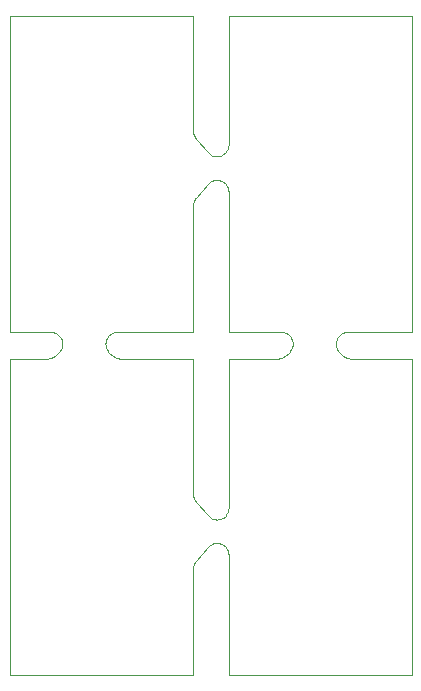
<source format=gko>
%MOIN*%
%OFA0B0*%
%FSLAX44Y44*%
%IPPOS*%
%LPD*%
%ADD10C,0*%
D10*
X00006692Y00006510D02*
X00006692Y00006510D01*
X00006692Y00011023D01*
X00004275Y00011023D01*
X00004261Y00011023D01*
X00004247Y00011024D01*
X00004233Y00011025D01*
X00004219Y00011027D01*
X00004205Y00011030D01*
X00004191Y00011032D01*
X00004177Y00011036D01*
X00004163Y00011039D01*
X00004150Y00011044D01*
X00004136Y00011048D01*
X00004123Y00011054D01*
X00004110Y00011059D01*
X00004098Y00011066D01*
X00004085Y00011072D01*
X00004073Y00011079D01*
X00004061Y00011087D01*
X00004049Y00011095D01*
X00004037Y00011103D01*
X00004026Y00011112D01*
X00004015Y00011121D01*
X00003904Y00011220D01*
X00003870Y00011253D01*
X00003840Y00011291D01*
X00003815Y00011331D01*
X00003796Y00011375D01*
X00003782Y00011420D01*
X00003773Y00011467D01*
X00003770Y00011514D01*
X00003773Y00011562D01*
X00003781Y00011609D01*
X00003795Y00011654D01*
X00003815Y00011698D01*
X00003839Y00011738D01*
X00003869Y00011776D01*
X00003902Y00011810D01*
X00003940Y00011839D01*
X00003980Y00011864D01*
X00004024Y00011883D01*
X00004069Y00011897D01*
X00004116Y00011906D01*
X00004164Y00011909D01*
X00006692Y00011909D01*
X00006692Y00016127D01*
X00006693Y00016141D01*
X00006693Y00016155D01*
X00006695Y00016169D01*
X00006696Y00016183D01*
X00006699Y00016197D01*
X00006701Y00016210D01*
X00006705Y00016224D01*
X00006708Y00016238D01*
X00006712Y00016251D01*
X00006717Y00016264D01*
X00006722Y00016277D01*
X00006728Y00016290D01*
X00006734Y00016303D01*
X00006740Y00016315D01*
X00006747Y00016327D01*
X00006754Y00016339D01*
X00006762Y00016351D01*
X00006770Y00016362D01*
X00006779Y00016373D01*
X00006788Y00016384D01*
X00007181Y00016842D01*
X00007215Y00016876D01*
X00007252Y00016906D01*
X00007292Y00016931D01*
X00007336Y00016952D01*
X00007381Y00016966D01*
X00007428Y00016975D01*
X00007476Y00016979D01*
X00007524Y00016976D01*
X00007571Y00016968D01*
X00007617Y00016954D01*
X00007660Y00016935D01*
X00007702Y00016910D01*
X00007739Y00016881D01*
X00007773Y00016848D01*
X00007803Y00016810D01*
X00007828Y00016769D01*
X00007848Y00016726D01*
X00007862Y00016680D01*
X00007871Y00016633D01*
X00007874Y00016585D01*
X00007874Y00011909D01*
X00009615Y00011909D01*
X00009663Y00011906D01*
X00009709Y00011897D01*
X00009755Y00011883D01*
X00009798Y00011864D01*
X00009839Y00011839D01*
X00009876Y00011810D01*
X00009910Y00011776D01*
X00009939Y00011738D01*
X00009964Y00011698D01*
X00009983Y00011654D01*
X00009997Y00011609D01*
X00010006Y00011562D01*
X00010009Y00011514D01*
X00010006Y00011467D01*
X00009997Y00011420D01*
X00009983Y00011375D01*
X00009963Y00011331D01*
X00009938Y00011291D01*
X00009909Y00011253D01*
X00009875Y00011220D01*
X00009763Y00011121D01*
X00009752Y00011112D01*
X00009741Y00011103D01*
X00009730Y00011095D01*
X00009718Y00011087D01*
X00009706Y00011079D01*
X00009694Y00011072D01*
X00009681Y00011066D01*
X00009668Y00011059D01*
X00009655Y00011054D01*
X00009642Y00011048D01*
X00009629Y00011044D01*
X00009615Y00011039D01*
X00009601Y00011036D01*
X00009588Y00011032D01*
X00009574Y00011030D01*
X00009560Y00011027D01*
X00009546Y00011025D01*
X00009531Y00011024D01*
X00009517Y00011023D01*
X00009503Y00011023D01*
X00007874Y00011023D01*
X00007874Y00006052D01*
X00007871Y00006004D01*
X00007862Y00005957D01*
X00007848Y00005911D01*
X00007828Y00005868D01*
X00007803Y00005827D01*
X00007773Y00005789D01*
X00007739Y00005756D01*
X00007702Y00005726D01*
X00007660Y00005702D01*
X00007617Y00005683D01*
X00007571Y00005669D01*
X00007524Y00005660D01*
X00007476Y00005658D01*
X00007428Y00005661D01*
X00007381Y00005670D01*
X00007336Y00005685D01*
X00007292Y00005705D01*
X00007252Y00005731D01*
X00007215Y00005761D01*
X00007181Y00005795D01*
X00006788Y00006253D01*
X00006779Y00006264D01*
X00006770Y00006275D01*
X00006762Y00006286D01*
X00006754Y00006298D01*
X00006747Y00006310D01*
X00006740Y00006322D01*
X00006734Y00006334D01*
X00006728Y00006347D01*
X00006722Y00006360D01*
X00006717Y00006373D01*
X00006712Y00006386D01*
X00006708Y00006399D01*
X00006705Y00006413D01*
X00006701Y00006426D01*
X00006699Y00006440D01*
X00006696Y00006454D01*
X00006695Y00006468D01*
X00006693Y00006482D01*
X00006693Y00006496D01*
X00006692Y00006510D01*
X00000590Y00011023D02*
X00000590Y00011023D01*
X00000590Y00000492D01*
X00006692Y00000492D01*
X00006692Y00004021D01*
X00006693Y00004035D01*
X00006693Y00004049D01*
X00006695Y00004063D01*
X00006696Y00004077D01*
X00006699Y00004090D01*
X00006701Y00004104D01*
X00006705Y00004118D01*
X00006708Y00004131D01*
X00006712Y00004145D01*
X00006717Y00004158D01*
X00006722Y00004171D01*
X00006728Y00004184D01*
X00006734Y00004196D01*
X00006740Y00004209D01*
X00006747Y00004221D01*
X00006754Y00004233D01*
X00006762Y00004244D01*
X00006770Y00004256D01*
X00006779Y00004267D01*
X00006788Y00004278D01*
X00007181Y00004735D01*
X00007215Y00004770D01*
X00007252Y00004800D01*
X00007292Y00004825D01*
X00007336Y00004845D01*
X00007381Y00004860D01*
X00007428Y00004869D01*
X00007476Y00004873D01*
X00007524Y00004870D01*
X00007571Y00004862D01*
X00007617Y00004848D01*
X00007660Y00004829D01*
X00007702Y00004804D01*
X00007739Y00004775D01*
X00007773Y00004741D01*
X00007803Y00004704D01*
X00007828Y00004663D01*
X00007848Y00004619D01*
X00007862Y00004574D01*
X00007871Y00004527D01*
X00007874Y00004479D01*
X00007874Y00000492D01*
X00013976Y00000492D01*
X00013976Y00011023D01*
X00011953Y00011023D01*
X00011938Y00011023D01*
X00011924Y00011024D01*
X00011910Y00011025D01*
X00011896Y00011027D01*
X00011882Y00011030D01*
X00011868Y00011032D01*
X00011854Y00011036D01*
X00011841Y00011039D01*
X00011827Y00011044D01*
X00011814Y00011048D01*
X00011800Y00011054D01*
X00011787Y00011059D01*
X00011775Y00011066D01*
X00011762Y00011072D01*
X00011750Y00011079D01*
X00011738Y00011087D01*
X00011726Y00011095D01*
X00011715Y00011103D01*
X00011703Y00011112D01*
X00011693Y00011121D01*
X00011581Y00011220D01*
X00011547Y00011253D01*
X00011517Y00011291D01*
X00011493Y00011331D01*
X00011473Y00011375D01*
X00011459Y00011420D01*
X00011450Y00011467D01*
X00011447Y00011514D01*
X00011450Y00011562D01*
X00011458Y00011609D01*
X00011472Y00011654D01*
X00011492Y00011698D01*
X00011516Y00011738D01*
X00011546Y00011776D01*
X00011579Y00011810D01*
X00011617Y00011839D01*
X00011657Y00011864D01*
X00011701Y00011883D01*
X00011746Y00011897D01*
X00011793Y00011906D01*
X00011841Y00011909D01*
X00013976Y00011909D01*
X00013976Y00022440D01*
X00007874Y00022440D01*
X00007874Y00018158D01*
X00007871Y00018110D01*
X00007862Y00018063D01*
X00007848Y00018018D01*
X00007828Y00017974D01*
X00007803Y00017933D01*
X00007773Y00017896D01*
X00007739Y00017862D01*
X00007702Y00017833D01*
X00007660Y00017808D01*
X00007617Y00017789D01*
X00007571Y00017775D01*
X00007524Y00017767D01*
X00007476Y00017764D01*
X00007428Y00017768D01*
X00007381Y00017777D01*
X00007336Y00017792D01*
X00007292Y00017812D01*
X00007252Y00017837D01*
X00007215Y00017867D01*
X00007181Y00017901D01*
X00006788Y00018359D01*
X00006779Y00018370D01*
X00006770Y00018381D01*
X00006762Y00018392D01*
X00006754Y00018404D01*
X00006747Y00018416D01*
X00006740Y00018428D01*
X00006734Y00018441D01*
X00006728Y00018453D01*
X00006722Y00018466D01*
X00006717Y00018479D01*
X00006712Y00018492D01*
X00006708Y00018506D01*
X00006705Y00018519D01*
X00006701Y00018533D01*
X00006699Y00018546D01*
X00006696Y00018560D01*
X00006695Y00018574D01*
X00006693Y00018588D01*
X00006693Y00018602D01*
X00006692Y00018616D01*
X00006692Y00022440D01*
X00000590Y00022440D01*
X00000590Y00011909D01*
X00001938Y00011909D01*
X00001985Y00011906D01*
X00002032Y00011897D01*
X00002078Y00011883D01*
X00002121Y00011864D01*
X00002162Y00011839D01*
X00002199Y00011810D01*
X00002233Y00011776D01*
X00002262Y00011738D01*
X00002287Y00011698D01*
X00002306Y00011654D01*
X00002320Y00011609D01*
X00002329Y00011562D01*
X00002332Y00011514D01*
X00002329Y00011467D01*
X00002320Y00011420D01*
X00002306Y00011375D01*
X00002286Y00011331D01*
X00002261Y00011291D01*
X00002232Y00011253D01*
X00002198Y00011220D01*
X00002086Y00011121D01*
X00002075Y00011112D01*
X00002064Y00011103D01*
X00002053Y00011095D01*
X00002041Y00011087D01*
X00002029Y00011079D01*
X00002016Y00011072D01*
X00002004Y00011066D01*
X00001991Y00011059D01*
X00001978Y00011054D01*
X00001965Y00011048D01*
X00001952Y00011044D01*
X00001938Y00011039D01*
X00001924Y00011036D01*
X00001910Y00011032D01*
X00001897Y00011030D01*
X00001883Y00011027D01*
X00001868Y00011025D01*
X00001854Y00011024D01*
X00001840Y00011023D01*
X00001826Y00011023D01*
X00000590Y00011023D01*
M02*
</source>
